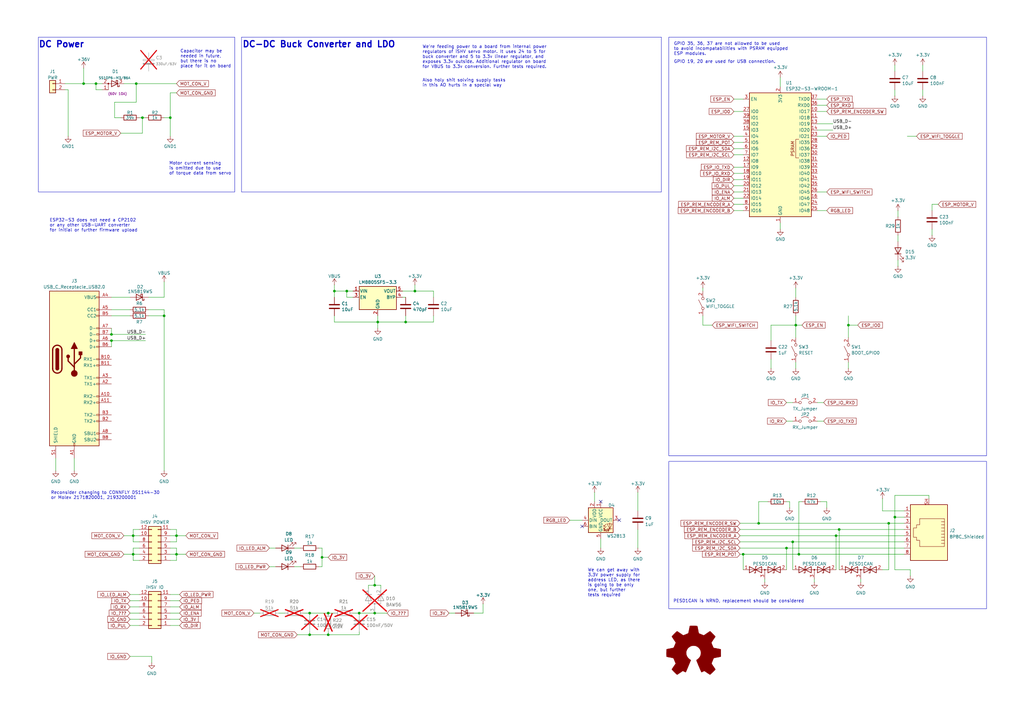
<source format=kicad_sch>
(kicad_sch (version 20231120) (generator "eeschema") (generator_version "8.0")
  (paper "A3")
  (title_block (title "OSSM Integrated Control Board") (date "2024-07-15") (rev "A1") (company "Research and Desire"))
  (junction (at 347.98 133.35))
  (junction (at 72.39 227.33))
  (junction (at 39.37 34.29))
  (junction (at 364.49 214.63))
  (junction (at 304.8 227.33))
  (junction (at 127 260.35))
  (junction (at 153.67 251.46))
  (junction (at 322.58 224.79))
  (junction (at 342.9 219.71))
  (junction (at 45.72 137.16))
  (junction (at 147.32 251.46))
  (junction (at 54.61 227.33))
  (junction (at 54.61 219.71))
  (junction (at 127 251.46))
  (junction (at 367.03 212.09))
  (junction (at 45.72 139.7))
  (junction (at 34.29 34.29))
  (junction (at 55.88 34.29))
  (junction (at 134.62 260.35))
  (junction (at 72.39 219.71))
  (junction (at 311.15 214.63))
  (junction (at 327.66 227.33))
  (junction (at 58.42 48.26))
  (junction (at 344.17 217.17))
  (junction (at 69.85 48.26))
  (junction (at 166.37 132.08))
  (junction (at 153.67 240.03))
  (junction (at 170.18 119.38))
  (junction (at 132.08 228.6))
  (junction (at 137.16 119.38))
  (junction (at 142.24 119.38))
  (junction (at 67.31 129.54))
  (junction (at 325.12 222.25))
  (junction (at 326.39 133.35))
  (junction (at 154.94 132.08))
  (junction (at 134.62 251.46))
  (no_connect (at 254 213.36))
  (no_connect (at 238.76 215.9))
  (no_connect (at 246.38 205.74))
  (wire (pts (xy 53.34 254) (xy 57.15 254)))
  (wire (pts (xy 62.23 269.24) (xy 53.34 269.24)))
  (wire (pts (xy 322.58 172.72) (xy 325.12 172.72)))
  (wire (pts (xy 339.09 208.28) (xy 339.09 205.74)))
  (wire (pts (xy 50.8 227.33) (xy 54.61 227.33)))
  (wire (pts (xy 53.34 246.38) (xy 57.15 246.38)))
  (wire (pts (xy 335.28 55.88) (xy 339.09 55.88)))
  (wire (pts (xy 57.15 48.26) (xy 58.42 48.26)))
  (wire (pts (xy 153.67 236.22) (xy 153.67 240.03)))
  (wire (pts (xy 367.03 26.67) (xy 367.03 29.21)))
  (wire (pts (xy 303.53 214.63) (xy 311.15 214.63)))
  (wire (pts (xy 58.42 48.26) (xy 59.69 48.26)))
  (wire (pts (xy 154.94 129.54) (xy 154.94 132.08)))
  (wire (pts (xy 311.15 214.63) (xy 364.49 214.63)))
  (wire (pts (xy 384.81 83.82) (xy 382.27 83.82)))
  (wire (pts (xy 69.85 251.46) (xy 73.66 251.46)))
  (wire (pts (xy 347.98 129.54) (xy 347.98 133.35)))
  (wire (pts (xy 147.32 260.35) (xy 134.62 260.35)))
  (wire (pts (xy 69.85 217.17) (xy 72.39 217.17)))
  (wire (pts (xy 370.84 222.25) (xy 325.12 222.25)))
  (wire (pts (xy 335.28 43.18) (xy 339.09 43.18)))
  (wire (pts (xy 110.49 232.41) (xy 113.03 232.41)))
  (wire (pts (xy 300.99 45.72) (xy 304.8 45.72)))
  (wire (pts (xy 364.49 214.63) (xy 364.49 233.68)))
  (wire (pts (xy 300.99 73.66) (xy 304.8 73.66)))
  (wire (pts (xy 326.39 118.11) (xy 326.39 121.92)))
  (wire (pts (xy 127 260.35) (xy 127 259.08)))
  (wire (pts (xy 328.93 133.35) (xy 326.39 133.35)))
  (wire (pts (xy 300.99 58.42) (xy 304.8 58.42)))
  (wire (pts (xy 382.27 83.82) (xy 382.27 86.36)))
  (wire (pts (xy 177.8 129.54) (xy 177.8 132.08)))
  (wire (pts (xy 166.37 129.54) (xy 166.37 132.08)))
  (wire (pts (xy 323.85 208.28) (xy 323.85 205.74)))
  (wire (pts (xy 373.38 233.68) (xy 373.38 236.22)))
  (wire (pts (xy 72.39 227.33) (xy 72.39 229.87)))
  (wire (pts (xy 127 251.46) (xy 134.62 251.46)))
  (wire (pts (xy 300.99 78.74) (xy 304.8 78.74)))
  (wire (pts (xy 46.99 48.26) (xy 46.99 41.91)))
  (wire (pts (xy 378.46 36.83) (xy 378.46 39.37)))
  (wire (pts (xy 144.78 119.38) (xy 142.24 119.38)))
  (wire (pts (xy 72.39 229.87) (xy 69.85 229.87)))
  (wire (pts (xy 137.16 119.38) (xy 137.16 116.84)))
  (wire (pts (xy 165.1 119.38) (xy 170.18 119.38)))
  (wire (pts (xy 53.34 248.92) (xy 57.15 248.92)))
  (wire (pts (xy 300.99 55.88) (xy 304.8 55.88)))
  (wire (pts (xy 342.9 219.71) (xy 342.9 233.68)))
  (wire (pts (xy 127 260.35) (xy 134.62 260.35)))
  (wire (pts (xy 300.99 63.5) (xy 304.8 63.5)))
  (wire (pts (xy 151.13 240.03) (xy 151.13 241.3)))
  (wire (pts (xy 58.42 54.61) (xy 58.42 48.26)))
  (wire (pts (xy 304.8 227.33) (xy 327.66 227.33)))
  (wire (pts (xy 45.72 142.24) (xy 45.72 139.7)))
  (wire (pts (xy 326.39 133.35) (xy 326.39 138.43)))
  (wire (pts (xy 316.23 133.35) (xy 326.39 133.35)))
  (wire (pts (xy 45.72 129.54) (xy 53.34 129.54)))
  (wire (pts (xy 327.66 205.74) (xy 327.66 227.33)))
  (wire (pts (xy 368.3 106.68) (xy 368.3 109.22)))
  (wire (pts (xy 151.13 240.03) (xy 153.67 240.03)))
  (wire (pts (xy 137.16 129.54) (xy 137.16 132.08)))
  (wire (pts (xy 147.32 251.46) (xy 153.67 251.46)))
  (wire (pts (xy 335.28 172.72) (xy 337.82 172.72)))
  (wire (pts (xy 69.85 256.54) (xy 73.66 256.54)))
  (wire (pts (xy 69.85 246.38) (xy 73.66 246.38)))
  (wire (pts (xy 49.53 54.61) (xy 58.42 54.61)))
  (wire (pts (xy 246.38 220.98) (xy 246.38 224.79)))
  (wire (pts (xy 370.84 219.71) (xy 342.9 219.71)))
  (wire (pts (xy 322.58 224.79) (xy 303.53 224.79)))
  (wire (pts (xy 124.46 251.46) (xy 127 251.46)))
  (wire (pts (xy 39.37 36.83) (xy 39.37 34.29)))
  (wire (pts (xy 326.39 129.54) (xy 326.39 133.35)))
  (wire (pts (xy 367.03 203.2) (xy 367.03 212.09)))
  (wire (pts (xy 69.85 227.33) (xy 72.39 227.33)))
  (wire (pts (xy 72.39 219.71) (xy 72.39 222.25)))
  (wire (pts (xy 110.49 224.79) (xy 113.03 224.79)))
  (wire (pts (xy 288.29 118.11) (xy 288.29 119.38)))
  (wire (pts (xy 382.27 93.98) (xy 382.27 96.52)))
  (wire (pts (xy 367.03 212.09) (xy 367.03 233.68)))
  (wire (pts (xy 364.49 233.68) (xy 361.95 233.68)))
  (wire (pts (xy 323.85 205.74) (xy 322.58 205.74)))
  (wire (pts (xy 300.99 40.64) (xy 304.8 40.64)))
  (wire (pts (xy 261.62 201.93) (xy 261.62 209.55)))
  (wire (pts (xy 351.79 133.35) (xy 347.98 133.35)))
  (wire (pts (xy 134.62 260.35) (xy 134.62 259.08)))
  (wire (pts (xy 300.99 60.96) (xy 304.8 60.96)))
  (wire (pts (xy 320.04 91.44) (xy 320.04 93.98)))
  (wire (pts (xy 55.88 34.29) (xy 72.39 34.29)))
  (wire (pts (xy 300.99 68.58) (xy 304.8 68.58)))
  (wire (pts (xy 46.99 41.91) (xy 55.88 41.91)))
  (wire (pts (xy 54.61 227.33) (xy 57.15 227.33)))
  (wire (pts (xy 132.08 232.41) (xy 130.81 232.41)))
  (wire (pts (xy 303.53 227.33) (xy 304.8 227.33)))
  (wire (pts (xy 336.55 205.74) (xy 339.09 205.74)))
  (wire (pts (xy 316.23 147.32) (xy 316.23 151.13)))
  (wire (pts (xy 347.98 148.59) (xy 347.98 151.13)))
  (wire (pts (xy 142.24 121.92) (xy 142.24 119.38)))
  (wire (pts (xy 53.34 256.54) (xy 57.15 256.54)))
  (wire (pts (xy 364.49 214.63) (xy 370.84 214.63)))
  (wire (pts (xy 335.28 78.74) (xy 339.09 78.74)))
  (wire (pts (xy 368.3 86.36) (xy 368.3 88.9)))
  (wire (pts (xy 303.53 219.71) (xy 342.9 219.71)))
  (wire (pts (xy 347.98 133.35) (xy 347.98 138.43)))
  (wire (pts (xy 69.85 219.71) (xy 72.39 219.71)))
  (wire (pts (xy 34.29 27.94) (xy 34.29 34.29)))
  (wire (pts (xy 303.53 217.17) (xy 344.17 217.17)))
  (wire (pts (xy 137.16 119.38) (xy 137.16 121.92)))
  (wire (pts (xy 27.94 36.83) (xy 27.94 55.88)))
  (wire (pts (xy 69.85 254) (xy 73.66 254)))
  (wire (pts (xy 370.84 209.55) (xy 361.95 209.55)))
  (wire (pts (xy 54.61 217.17) (xy 54.61 219.71)))
  (wire (pts (xy 114.3 251.46) (xy 116.84 251.46)))
  (wire (pts (xy 144.78 251.46) (xy 147.32 251.46)))
  (wire (pts (xy 322.58 224.79) (xy 370.84 224.79)))
  (wire (pts (xy 104.14 251.46) (xy 106.68 251.46)))
  (wire (pts (xy 137.16 119.38) (xy 142.24 119.38)))
  (wire (pts (xy 54.61 229.87) (xy 57.15 229.87)))
  (wire (pts (xy 67.31 121.92) (xy 67.31 115.57)))
  (wire (pts (xy 154.94 132.08) (xy 154.94 134.62)))
  (wire (pts (xy 50.8 219.71) (xy 54.61 219.71)))
  (wire (pts (xy 166.37 132.08) (xy 154.94 132.08)))
  (wire (pts (xy 53.34 243.84) (xy 57.15 243.84)))
  (wire (pts (xy 27.94 36.83) (xy 26.67 36.83)))
  (wire (pts (xy 300.99 81.28) (xy 304.8 81.28)))
  (wire (pts (xy 303.53 222.25) (xy 325.12 222.25)))
  (wire (pts (xy 327.66 227.33) (xy 370.84 227.33)))
  (wire (pts (xy 153.67 240.03) (xy 156.21 240.03)))
  (wire (pts (xy 322.58 224.79) (xy 322.58 233.68)))
  (wire (pts (xy 60.96 121.92) (xy 67.31 121.92)))
  (wire (pts (xy 22.86 187.96) (xy 22.86 193.04)))
  (wire (pts (xy 60.96 127) (xy 67.31 127)))
  (wire (pts (xy 165.1 121.92) (xy 166.37 121.92)))
  (wire (pts (xy 69.85 248.92) (xy 73.66 248.92)))
  (wire (pts (xy 49.53 48.26) (xy 46.99 48.26)))
  (wire (pts (xy 54.61 227.33) (xy 54.61 229.87)))
  (wire (pts (xy 335.28 86.36) (xy 339.09 86.36)))
  (wire (pts (xy 69.85 48.26) (xy 69.85 55.88)))
  (wire (pts (xy 361.95 209.55) (xy 361.95 204.47)))
  (wire (pts (xy 144.78 121.92) (xy 142.24 121.92)))
  (wire (pts (xy 45.72 134.62) (xy 45.72 137.16)))
  (wire (pts (xy 45.72 137.16) (xy 59.69 137.16)))
  (wire (pts (xy 147.32 259.08) (xy 147.32 260.35)))
  (wire (pts (xy 130.81 224.79) (xy 132.08 224.79)))
  (wire (pts (xy 378.46 26.67) (xy 378.46 29.21)))
  (wire (pts (xy 367.03 36.83) (xy 367.03 39.37)))
  (wire (pts (xy 328.93 205.74) (xy 327.66 205.74)))
  (wire (pts (xy 30.48 187.96) (xy 30.48 193.04)))
  (wire (pts (xy 72.39 217.17) (xy 72.39 219.71)))
  (wire (pts (xy 45.72 121.92) (xy 53.34 121.92)))
  (wire (pts (xy 72.39 222.25) (xy 69.85 222.25)))
  (wire (pts (xy 288.29 133.35) (xy 288.29 129.54)))
  (wire (pts (xy 198.12 251.46) (xy 198.12 247.65)))
  (wire (pts (xy 335.28 165.1) (xy 337.82 165.1)))
  (wire (pts (xy 132.08 228.6) (xy 132.08 232.41)))
  (wire (pts (xy 381 203.2) (xy 367.03 203.2)))
  (wire (pts (xy 34.29 34.29) (xy 39.37 34.29)))
  (wire (pts (xy 353.06 238.76) (xy 353.06 237.49)))
  (wire (pts (xy 67.31 48.26) (xy 69.85 48.26)))
  (wire (pts (xy 198.12 251.46) (xy 194.31 251.46)))
  (wire (pts (xy 132.08 224.79) (xy 132.08 228.6)))
  (wire (pts (xy 41.91 36.83) (xy 39.37 36.83)))
  (wire (pts (xy 67.31 127) (xy 67.31 129.54)))
  (wire (pts (xy 67.31 129.54) (xy 60.96 129.54)))
  (wire (pts (xy 121.92 260.35) (xy 127 260.35)))
  (wire (pts (xy 368.3 96.52) (xy 368.3 99.06)))
  (wire (pts (xy 69.85 243.84) (xy 73.66 243.84)))
  (wire (pts (xy 54.61 219.71) (xy 54.61 222.25)))
  (wire (pts (xy 53.34 251.46) (xy 57.15 251.46)))
  (wire (pts (xy 233.68 213.36) (xy 238.76 213.36)))
  (wire (pts (xy 177.8 119.38) (xy 177.8 121.92)))
  (wire (pts (xy 300.99 76.2) (xy 304.8 76.2)))
  (wire (pts (xy 184.15 251.46) (xy 186.69 251.46)))
  (wire (pts (xy 69.85 38.1) (xy 69.85 48.26)))
  (wire (pts (xy 300.99 86.36) (xy 304.8 86.36)))
  (wire (pts (xy 335.28 40.64) (xy 339.09 40.64)))
  (wire (pts (xy 132.08 228.6) (xy 134.62 228.6)))
  (wire (pts (xy 367.03 233.68) (xy 373.38 233.68)))
  (wire (pts (xy 137.16 132.08) (xy 154.94 132.08)))
  (wire (pts (xy 335.28 50.8) (xy 341.63 50.8)))
  (wire (pts (xy 134.62 251.46) (xy 137.16 251.46)))
  (wire (pts (xy 243.84 201.93) (xy 243.84 205.74)))
  (wire (pts (xy 72.39 219.71) (xy 76.2 219.71)))
  (wire (pts (xy 335.28 53.34) (xy 341.63 53.34)))
  (wire (pts (xy 335.28 45.72) (xy 339.09 45.72)))
  (wire (pts (xy 322.58 165.1) (xy 325.12 165.1)))
  (wire (pts (xy 261.62 217.17) (xy 261.62 224.79)))
  (wire (pts (xy 54.61 219.71) (xy 57.15 219.71)))
  (wire (pts (xy 320.04 31.75) (xy 320.04 35.56)))
  (wire (pts (xy 55.88 41.91) (xy 55.88 34.29)))
  (wire (pts (xy 39.37 34.29) (xy 41.91 34.29)))
  (wire (pts (xy 313.69 238.76) (xy 313.69 237.49)))
  (wire (pts (xy 50.8 34.29) (xy 55.88 34.29)))
  (wire (pts (xy 316.23 139.7) (xy 316.23 133.35)))
  (wire (pts (xy 153.67 251.46) (xy 158.75 251.46)))
  (wire (pts (xy 57.15 217.17) (xy 54.61 217.17)))
  (wire (pts (xy 300.99 83.82) (xy 304.8 83.82)))
  (wire (pts (xy 120.65 224.79) (xy 123.19 224.79)))
  (wire (pts (xy 334.01 238.76) (xy 334.01 237.49)))
  (wire (pts (xy 381 204.47) (xy 381 203.2)))
  (wire (pts (xy 177.8 132.08) (xy 166.37 132.08)))
  (wire (pts (xy 67.31 129.54) (xy 67.31 193.04)))
  (wire (pts (xy 72.39 38.1) (xy 69.85 38.1)))
  (wire (pts (xy 326.39 148.59) (xy 326.39 151.13)))
  (wire (pts (xy 372.11 55.88) (xy 375.92 55.88)))
  (wire (pts (xy 45.72 139.7) (xy 59.69 139.7)))
  (wire (pts (xy 300.99 71.12) (xy 304.8 71.12)))
  (wire (pts (xy 45.72 127) (xy 53.34 127)))
  (wire (pts (xy 54.61 222.25) (xy 57.15 222.25)))
  (wire (pts (xy 156.21 240.03) (xy 156.21 241.3)))
  (wire (pts (xy 54.61 224.79) (xy 54.61 227.33)))
  (wire (pts (xy 325.12 222.25) (xy 325.12 233.68)))
  (wire (pts (xy 26.67 34.29) (xy 34.29 34.29)))
  (wire (pts (xy 311.15 205.74) (xy 314.96 205.74)))
  (wire (pts (xy 72.39 224.79) (xy 72.39 227.33)))
  (wire (pts (xy 177.8 119.38) (xy 170.18 119.38)))
  (wire (pts (xy 304.8 227.33) (xy 304.8 233.68)))
  (wire (pts (xy 370.84 212.09) (xy 367.03 212.09)))
  (wire (pts (xy 120.65 232.41) (xy 123.19 232.41)))
  (wire (pts (xy 370.84 217.17) (xy 344.17 217.17)))
  (wire (pts (xy 62.23 271.78) (xy 62.23 269.24)))
  (wire (pts (xy 170.18 116.84) (xy 170.18 119.38)))
  (wire (pts (xy 72.39 227.33) (xy 76.2 227.33)))
  (wire (pts (xy 311.15 205.74) (xy 311.15 214.63)))
  (wire (pts (xy 344.17 217.17) (xy 344.17 233.68)))
  (wire (pts (xy 57.15 224.79) (xy 54.61 224.79)))
  (wire (pts (xy 69.85 224.79) (xy 72.39 224.79)))
  (wire (pts (xy 292.1 133.35) (xy 288.29 133.35)))
  (rectangle (start 274.32 15.24) (end 404.622 186.944))
  (rectangle (start 15.748 15.24) (end 96.266 78.74))
  (rectangle (start 274.32 189.23) (end 404.622 249.682))
  (rectangle (start 99.06 15.24) (end 271.272 78.74))
  (text "GPIO 19, 20 are used for USB connection." (at 276.352 24.638 0) (effects (font (size 1.27 1.27)) (justify left top)))
  (text "We're feeding power to a board from internal power \nregulators of iSHV servo motor. It uses 24 to 5 for \nbuck converter and 5 to 3.3v linear regulator, and \nexposes 3.3v outside. Additional regulator on board \nfor VBUS to 3.3v conversion. Further tests required." (at 173.228 23.368 0) (effects (font (size 1.27 1.27)) (justify left)))
  (text "Motor current sensing \nis omitted due to use\nof torque data from servo" (at 69.342 69.088 0) (effects (font (size 1.27 1.27)) (justify left)))
  (text "We can get away with \n3.3V power supply for\naddress LED, as there\nis going to be only\none, but further \ntests required" (at 241.046 239.014 0) (effects (font (size 1.27 1.27)) (justify left)))
  (text "Capacitor may be \nneeded in future, \nbut there is no \nplace for it on board" (at 73.914 24.13 0) (effects (font (size 1.27 1.27)) (justify left)))
  (text "PESD1CAN is NRND, replacement should be considered" (at 276.098 245.872 0) (effects (font (size 1.27 1.27)) (justify left top)))
  (text "Reconsider changing to CONNFLY DS1144-30\nor Molex 2171820001, 2193200001" (at 20.828 203.2 0) (effects (font (size 1.27 1.27)) (justify left)))
  (text "DC-DC Buck Converter and LDO" (at 99.314 18.288 0) (effects (font (size 2.54 2.54) (thickness 0.508) (bold yes)) (justify left)))
  (text "GPIO 35, 36, 37 are not allowed to be used\nto avoid incompatabilities with PSRAM equipped \nESP modules." (at 276.352 17.272 0) (effects (font (size 1.27 1.27)) (justify left top)))
  (text "DC Power" (at 15.748 18.288 0) (effects (font (size 2.54 2.54) (thickness 0.508) (bold yes)) (justify left)))
  (text "ESP32-S3 does not need a CP2102 \nor any other USB-UART converter \nfor initial or further firmware upload" (at 20.32 92.456 0) (effects (font (size 1.27 1.27)) (justify left)))
  (text "Also holy shit solving supply tasks \nin this AO hurts in a special way" (at 173.228 32.258 0) (effects (font (size 1.27 1.27)) (justify left top)))
  (label "USB_D-" (at 52.07 137.16 0))
  (label "USB_D-" (at 341.63 50.8 0))
  (label "USB_D+" (at 52.07 139.7 0))
  (label "USB_D+" (at 341.63 53.34 0))
  (global_label "IO_LED_ALM" (shape input) (at 110.49 224.79 180) (property "Intersheetrefs" "${INTERSHEET_REFS}" (effects (hide yes))))
  (global_label "ESP_REM_I2C_SCL" (shape input) (at 300.99 63.5 180) (property "Intersheetrefs" "${INTERSHEET_REFS}" (effects (hide yes))))
  (global_label "ESP_REM_POT" (shape input) (at 300.99 58.42 180) (property "Intersheetrefs" "${INTERSHEET_REFS}" (effects (hide yes))))
  (global_label "ESP_RXD" (shape input) (at 339.09 43.18 0) (property "Intersheetrefs" "${INTERSHEET_REFS}" (effects (hide yes))))
  (global_label "IO_PED" (shape input) (at 339.09 55.88 0) (property "Intersheetrefs" "${INTERSHEET_REFS}" (effects (hide yes))))
  (global_label "ESP_TXD" (shape input) (at 339.09 40.64 0) (property "Intersheetrefs" "${INTERSHEET_REFS}" (effects (hide yes))))
  (global_label "ESP_REM_ENCODER_A" (shape input) (at 300.99 83.82 180) (property "Intersheetrefs" "${INTERSHEET_REFS}" (effects (hide yes))))
  (global_label "IO_RX" (shape input) (at 53.34 248.92 180) (property "Intersheetrefs" "${INTERSHEET_REFS}" (effects (hide yes))))
  (global_label "IO_3V" (shape input) (at 73.66 254 0) (property "Intersheetrefs" "${INTERSHEET_REFS}" (effects (hide yes))))
  (global_label "IO_ENA" (shape input) (at 300.99 78.74 180) (property "Intersheetrefs" "${INTERSHEET_REFS}" (effects (hide yes))))
  (global_label "IO_ALM" (shape input) (at 300.99 81.28 180) (property "Intersheetrefs" "${INTERSHEET_REFS}" (effects (hide yes))))
  (global_label "IO_TX" (shape input) (at 53.34 246.38 180) (property "Intersheetrefs" "${INTERSHEET_REFS}" (effects (hide yes))))
  (global_label "IO_???" (shape input) (at 158.75 251.46 0) (property "Intersheetrefs" "${INTERSHEET_REFS}" (effects (hide yes))))
  (global_label "IO_DIR" (shape input) (at 73.66 256.54 0) (property "Intersheetrefs" "${INTERSHEET_REFS}" (effects (hide yes))))
  (global_label "IO_ENA" (shape input) (at 73.66 251.46 0) (property "Intersheetrefs" "${INTERSHEET_REFS}" (effects (hide yes))))
  (global_label "IO_3V" (shape input) (at 134.62 228.6 0) (property "Intersheetrefs" "${INTERSHEET_REFS}" (effects (hide yes))))
  (global_label "ESP_REM_ENCODER_SW" (shape input) (at 339.09 45.72 0) (property "Intersheetrefs" "${INTERSHEET_REFS}" (effects (hide yes))))
  (global_label "ESP_MOTOR_V" (shape input) (at 384.81 83.82 0) (property "Intersheetrefs" "${INTERSHEET_REFS}" (effects (hide yes))))
  (global_label "ESP_EN" (shape input) (at 328.93 133.35 0) (property "Intersheetrefs" "${INTERSHEET_REFS}" (effects (hide yes))))
  (global_label "MOT_CON_V" (shape input) (at 50.8 219.71 180) (property "Intersheetrefs" "${INTERSHEET_REFS}" (effects (hide yes))))
  (global_label "IO_PED" (shape input) (at 73.66 246.38 0) (property "Intersheetrefs" "${INTERSHEET_REFS}" (effects (hide yes))))
  (global_label "IO_LED_PWR" (shape input) (at 110.49 232.41 180) (property "Intersheetrefs" "${INTERSHEET_REFS}" (effects (hide yes))))
  (global_label "IO_TX" (shape input) (at 322.58 165.1 180) (property "Intersheetrefs" "${INTERSHEET_REFS}" (effects (hide yes))))
  (global_label "ESP_WIFI_SWITCH" (shape input) (at 339.09 78.74 0) (property "Intersheetrefs" "${INTERSHEET_REFS}" (effects (hide yes))))
  (global_label "MOT_CON_GND" (shape input) (at 50.8 227.33 180) (property "Intersheetrefs" "${INTERSHEET_REFS}" (effects (hide yes))))
  (global_label "ESP_WIFI_SWITCH" (shape input) (at 292.1 133.35 0) (property "Intersheetrefs" "${INTERSHEET_REFS}" (effects (hide yes))))
  (global_label "ESP_IO0" (shape input) (at 300.99 45.72 180) (property "Intersheetrefs" "${INTERSHEET_REFS}" (effects (hide yes))))
  (global_label "ESP_REM_ENCODER_B" (shape input) (at 300.99 86.36 180) (property "Intersheetrefs" "${INTERSHEET_REFS}" (effects (hide yes))))
  (global_label "ESP_WIFI_TOGGLE" (shape input) (at 375.92 55.88 0) (property "Intersheetrefs" "${INTERSHEET_REFS}" (effects (hide yes))))
  (global_label "ESP_REM_ENCODER_SW" (shape input) (at 303.53 214.63 180) (property "Intersheetrefs" "${INTERSHEET_REFS}" (effects (hide yes))))
  (global_label "MOT_CON_GND" (shape input) (at 121.92 260.35 180) (property "Intersheetrefs" "${INTERSHEET_REFS}" (effects (hide yes))))
  (global_label "IO_LED_ALM" (shape input) (at 53.34 243.84 180) (property "Intersheetrefs" "${INTERSHEET_REFS}" (effects (hide yes))))
  (global_label "IO_PUL" (shape input) (at 300.99 76.2 180) (property "Intersheetrefs" "${INTERSHEET_REFS}" (effects (hide yes))))
  (global_label "ESP_MOTOR_V" (shape input) (at 49.53 54.61 180) (property "Intersheetrefs" "${INTERSHEET_REFS}" (effects (hide yes))))
  (global_label "MOT_CON_V" (shape input) (at 72.39 34.29 0) (property "Intersheetrefs" "${INTERSHEET_REFS}" (effects (hide yes))))
  (global_label "IO_GND" (shape input) (at 53.34 269.24 180) (property "Intersheetrefs" "${INTERSHEET_REFS}" (effects (hide yes))))
  (global_label "ESP_REM_POT" (shape input) (at 303.53 227.33 180) (property "Intersheetrefs" "${INTERSHEET_REFS}" (effects (hide yes))))
  (global_label "MOT_CON_V" (shape input) (at 76.2 219.71 0) (property "Intersheetrefs" "${INTERSHEET_REFS}" (effects (hide yes))))
  (global_label "MOT_CON_GND" (shape input) (at 76.2 227.33 0) (property "Intersheetrefs" "${INTERSHEET_REFS}" (effects (hide yes))))
  (global_label "MOT_CON_GND" (shape input) (at 72.39 38.1 0) (property "Intersheetrefs" "${INTERSHEET_REFS}" (effects (hide yes))))
  (global_label "ESP_IO_TXD" (shape input) (at 300.99 68.58 180) (property "Intersheetrefs" "${INTERSHEET_REFS}" (effects (hide yes))))
  (global_label "ESP_IO_RXD" (shape input) (at 337.82 165.1 0) (property "Intersheetrefs" "${INTERSHEET_REFS}" (effects (hide yes))))
  (global_label "ESP_IO0" (shape input) (at 351.79 133.35 0) (property "Intersheetrefs" "${INTERSHEET_REFS}" (effects (hide yes))))
  (global_label "ESP_EN" (shape input) (at 300.99 40.64 180) (property "Intersheetrefs" "${INTERSHEET_REFS}" (effects (hide yes))))
  (global_label "IO_LED_PWR" (shape input) (at 73.66 243.84 0) (property "Intersheetrefs" "${INTERSHEET_REFS}" (effects (hide yes))))
  (global_label "IO_RX" (shape input) (at 322.58 172.72 180) (property "Intersheetrefs" "${INTERSHEET_REFS}" (effects (hide yes))))
  (global_label "ESP_REM_I2C_SDA" (shape input) (at 303.53 224.79 180) (property "Intersheetrefs" "${INTERSHEET_REFS}" (effects (hide yes))))
  (global_label "RGB_LED" (shape input) (at 339.09 86.36 0) (property "Intersheetrefs" "${INTERSHEET_REFS}" (effects (hide yes))))
  (global_label "ESP_REM_ENCODER_B" (shape input) (at 303.53 217.17 180) (property "Intersheetrefs" "${INTERSHEET_REFS}" (effects (hide yes))))
  (global_label "IO_3V" (shape input) (at 184.15 251.46 180) (property "Intersheetrefs" "${INTERSHEET_REFS}" (effects (hide yes))))
  (global_label "ESP_IO_RXD" (shape input) (at 300.99 71.12 180) (property "Intersheetrefs" "${INTERSHEET_REFS}" (effects (hide yes))))
  (global_label "ESP_IO_TXD" (shape input) (at 337.82 172.72 0) (property "Intersheetrefs" "${INTERSHEET_REFS}" (effects (hide yes))))
  (global_label "ESP_MOTOR_V" (shape input) (at 300.99 55.88 180) (property "Intersheetrefs" "${INTERSHEET_REFS}" (effects (hide yes))))
  (global_label "ESP_REM_ENCODER_A" (shape input) (at 303.53 219.71 180) (property "Intersheetrefs" "${INTERSHEET_REFS}" (effects (hide yes))))
  (global_label "IO_???" (shape input) (at 53.34 251.46 180) (property "Intersheetrefs" "${INTERSHEET_REFS}" (effects (hide yes))))
  (global_label "MOT_CON_V" (shape input) (at 104.14 251.46 180) (property "Intersheetrefs" "${INTERSHEET_REFS}" (effects (hide yes))))
  (global_label "IO_3V" (shape input) (at 153.67 236.22 180) (property "Intersheetrefs" "${INTERSHEET_REFS}" (effects (hide yes))))
  (global_label "ESP_REM_I2C_SCL" (shape input) (at 303.53 222.25 180) (property "Intersheetrefs" "${INTERSHEET_REFS}" (effects (hide yes))))
  (global_label "IO_PUL" (shape input) (at 53.34 256.54 180) (property "Intersheetrefs" "${INTERSHEET_REFS}" (effects (hide yes))))
  (global_label "IO_DIR" (shape input) (at 300.99 73.66 180) (property "Intersheetrefs" "${INTERSHEET_REFS}" (effects (hide yes))))
  (global_label "ESP_REM_I2C_SDA" (shape input) (at 300.99 60.96 180) (property "Intersheetrefs" "${INTERSHEET_REFS}" (effects (hide yes))))
  (global_label "IO_GND" (shape input) (at 53.34 254 180) (property "Intersheetrefs" "${INTERSHEET_REFS}" (effects (hide yes))))
  (global_label "IO_ALM" (shape input) (at 73.66 248.92 0) (property "Intersheetrefs" "${INTERSHEET_REFS}" (effects (hide yes))))
  (global_label "RGB_LED" (shape input) (at 233.68 213.36 180) (property "Intersheetrefs" "${INTERSHEET_REFS}" (effects (hide yes))))
  (symbol (lib_id "Device:C") (at 147.32 255.27 180) (unit 1) (dnp yes)
    (property "Reference" "C15" (at 150.241 254.0578 0) (effects (justify right)))
    (property "Value" "100nF/50V" (at 150.241 256.4821 0) (effects (justify right)))
    (property "Footprint" "Capacitor_SMD:C_0805_2012Metric" (effects (hide yes)))
    (property "LSCS" "C28233" (effects (hide yes)))
  )
  (symbol (lib_id "Connector_Generic:Conn_01x02") (at 21.59 34.29 0) (mirror y) (unit 1)
    (property "Reference" "J1" (at 21.59 29.3202 0))
    (property "Value" "PWR" (at 21.59 31.8571 0))
    (property "Footprint" "Connector_Molex:Molex_Micro-Fit_3.0_43045-0212_2x01_P3.00mm_Vertical" (effects (hide yes)))
  )
  (symbol (lib_id "power:VBUS") (at 67.31 115.57 0) (unit 1)
    (property "Reference" "#PWR03" (effects (hide yes)))
    (property "Value" "VBUS" (at 67.31 111.9942 0))
    (property "Description" "Power symbol creates a global label with name \"VBUS\"" (effects (hide yes)))
  )
  (symbol (lib_id "power:VBUS") (at 137.16 116.84 0) (unit 1)
    (property "Reference" "#PWR05" (effects (hide yes)))
    (property "Value" "VBUS" (at 137.16 113.2642 0))
    (property "Description" "Power symbol creates a global label with name \"VBUS\"" (effects (hide yes)))
  )
  (symbol (lib_id "Device:D_Schottky_AAK") (at 46.99 34.29 180) (unit 1)
    (property "Reference" "D1" (at 47.3075 29.3202 0))
    (property "Value" "SS10P6-M3/86A" (at 46.99 31.9532 0) (effects (font (size 1 1))))
    (property "Footprint" "Package_TO_SOT_SMD:TO-277A" (effects (hide yes)))
    (property "Поле4" "(60V 10A)" (at 48.2092 38.4556 0) (effects (font (size 1 1))))
    (property "LSCS" "C2927414" (effects (hide yes)))
  )
  (symbol (lib_id "Device:R") (at 127 224.79 90) (unit 1)
    (property "Reference" "R17" (at 127 220.0742 90))
    (property "Value" "1k" (at 127 222.6111 90))
    (property "Footprint" "Resistor_SMD:R_0402_1005Metric" (effects (hide yes)))
    (property "LSCS" "C17513" (effects (hide yes)))
  )
  (symbol (lib_id "power:GND") (at 368.3 109.22 0) (unit 1)
    (property "Reference" "#PWR054" (effects (hide yes)))
    (property "Value" "GND" (at 368.3 113.3531 0))
    (property "Description" "Power symbol creates a global label with name \"GND\" , ground" (effects (hide yes)))
  )
  (symbol (lib_id "power:+3.3V") (at 170.18 116.84 0) (unit 1)
    (property "Reference" "#PWR06" (effects (hide yes)))
    (property "Value" "+3.3V" (at 170.18 113.2642 0))
    (property "Description" "Power symbol creates a global label with name \"+3.3V\"" (effects (hide yes)))
  )
  (symbol (lib_id "Device:C") (at 127 255.27 0) (unit 1) (dnp yes)
    (property "Reference" "C14" (at 129.921 254.0578 0) (effects (justify left)))
    (property "Value" "100nF/50V" (at 129.921 256.4821 0) (effects (justify left)))
    (property "Footprint" "Capacitor_SMD:C_0805_2012Metric" (effects (hide yes)))
    (property "LSCS" "C28233" (effects (hide yes)))
  )
  (symbol (lib_id "Device:C") (at 382.27 90.17 0) (unit 1)
    (property "Reference" "C23" (at 385.191 88.9578 0) (effects (justify left)))
    (property "Value" "100nF" (at 385.191 91.3821 0) (effects (justify left)))
    (property "Footprint" "Capacitor_SMD:C_0402_1005Metric" (effects (hide yes)))
    (property "Description" "Unpolarized capacitor" (effects (hide yes)))
  )
  (symbol (lib_id "power:GND1") (at 27.94 55.88 0) (unit 1)
    (property "Reference" "#PWR09" (effects (hide yes)))
    (property "Value" "GND1" (at 27.94 60.0131 0))
    (property "Description" "Power symbol creates a global label with name \"GND1\" , ground" (effects (hide yes)))
  )
  (symbol (lib_id "Device:C") (at 177.8 125.73 0) (unit 1)
    (property "Reference" "C2" (at 180.721 124.5178 0) (effects (justify left)))
    (property "Value" "10uF" (at 180.721 126.9421 0) (effects (justify left)))
    (property "Footprint" "Capacitor_SMD:C_0402_1005Metric" (effects (hide yes)))
    (property "Description" "Unpolarized capacitor" (effects (hide yes)))
  )
  (symbol (lib_id "power:+3.3V") (at 361.95 204.47 0) (unit 1)
    (property "Reference" "#PWR019" (effects (hide yes)))
    (property "Value" "+3.3V" (at 361.95 200.8942 0))
    (property "Description" "Power symbol creates a global label with name \"+3.3V\"" (effects (hide yes)))
  )
  (symbol (lib_id "Device:R") (at 110.49 251.46 90) (unit 1) (dnp yes)
    (property "Reference" "R19" (at 110.49 246.7442 90))
    (property "Value" "51k" (at 110.49 249.2811 90))
    (property "Footprint" "Resistor_SMD:R_0402_1005Metric" (effects (hide yes)))
    (property "LSCS" "C17737" (effects (hide yes)))
  )
  (symbol (lib_id "power:GND") (at 261.62 224.79 0) (unit 1)
    (property "Reference" "#PWR027" (effects (hide yes)))
    (property "Value" "GND" (at 261.62 229.2334 0))
    (property "Description" "Power symbol creates a global label with name \"GND\" , ground" (effects (hide yes)))
  )
  (symbol (lib_id "Device:R") (at 318.77 205.74 90) (unit 1)
    (property "Reference" "R13" (at 318.77 203.2539 90))
    (property "Value" "10k" (at 318.77 205.7908 90))
    (property "Footprint" "Resistor_SMD:R_0402_1005Metric" (effects (hide yes)))
    (property "LSCS" "C17414" (effects (hide yes)))
  )
  (symbol (lib_id "Device:LED") (at 116.84 224.79 180) (unit 1)
    (property "Reference" "D8" (at 118.4275 218.9312 0))
    (property "Value" "LED" (at 118.4275 221.4681 0))
    (property "Footprint" "LED_SMD:LED_0805_2012Metric" (effects (hide yes)))
  )
  (symbol (lib_id "power:GND") (at 339.09 208.28 0) (unit 1)
    (property "Reference" "#PWR020" (effects (hide yes)))
    (property "Value" "GND" (at 339.09 212.7234 0))
    (property "Description" "Power symbol creates a global label with name \"GND\" , ground" (effects (hide yes)))
  )
  (symbol (lib_id "Device:R") (at 332.74 205.74 90) (unit 1)
    (property "Reference" "R12" (at 332.74 203.2539 90))
    (property "Value" "47k" (at 332.74 205.7908 90))
    (property "Footprint" "Resistor_SMD:R_0402_1005Metric" (effects (hide yes)))
    (property "LSCS" "C17713" (effects (hide yes)))
  )
  (symbol (lib_id "power:GND") (at 334.01 238.76 0) (unit 1)
    (property "Reference" "#PWR024" (effects (hide yes)))
    (property "Value" "GND" (at 334.01 243.2034 0))
    (property "Description" "Power symbol creates a global label with name \"GND\" , ground" (effects (hide yes)))
  )
  (symbol (lib_id "power:GND") (at 378.46 39.37 0) (unit 1)
    (property "Reference" "#PWR046" (effects (hide yes)))
    (property "Value" "GND" (at 378.46 43.5031 0))
    (property "Description" "Power symbol creates a global label with name \"GND\" , ground" (effects (hide yes)))
  )
  (symbol (lib_id "Device:LED") (at 368.3 102.87 90) (unit 1)
    (property "Reference" "D15" (at 371.221 103.2453 90) (effects (justify right)))
    (property "Value" "3.3V" (at 371.221 105.6696 90) (effects (justify right)))
    (property "Footprint" "LED_SMD:LED_0805_2012Metric" (effects (hide yes)))
    (property "Description" "Light emitting diode" (effects (hide yes)))
  )
  (symbol (lib_id "Diode:1N5819WS") (at 57.15 121.92 180) (unit 1)
    (property "Reference" "D2" (at 57.4675 117.6401 0))
    (property "Value" "1N5819WS" (at 57.4675 119.5611 0))
    (property "Footprint" "Diode_SMD:D_SOD-323" (effects (hide yes)))
    (property "Datasheet" "https://datasheet.lcsc.com/lcsc/2204281430_Guangdong-Hottech-1N5819WS_C191023.pdf" (effects (hide yes)))
    (property "LSCS" "C191023" (effects (hide yes)))
  )
  (symbol (lib_id "Device:C") (at 316.23 143.51 0) (unit 1)
    (property "Reference" "C22" (at 319.151 142.2978 0) (effects (justify left)))
    (property "Value" "1uF" (at 319.151 144.7221 0) (effects (justify left)))
    (property "Footprint" "Capacitor_SMD:C_0402_1005Metric" (effects (hide yes)))
    (property "Description" "Unpolarized capacitor" (effects (hide yes)))
  )
  (symbol (lib_id "RF_Module:ESP32-S3-WROOM-1") (at 320.04 63.5 0) (unit 1)
    (property "Reference" "U1" (at 322.2341 33.9555 0) (effects (justify left)))
    (property "Value" "ESP32-S3-WROOM-1" (at 322.2341 36.3798 0) (effects (justify left)))
    (property "Footprint" "RF_Module:ESP32-S3-WROOM-1" (effects (hide yes)))
    (property "Datasheet" "https://www.espressif.com/sites/default/files/documentation/esp32-s3-wroom-1_wroom-1u_datasheet_en.pdf" (effects (hide yes)))
    (property "Description" "RF Module, ESP32-S3 SoC, Wi-Fi 802.11b/g/n, Bluetooth, BLE, 32-bit, 3.3V, onboard antenna, SMD" (effects (hide yes)))
  )
  (symbol (lib_id "Device:D_Dual_CommonAnode_KKA_Parallel") (at 153.67 246.38 90) (unit 1) (dnp yes)
    (property "Reference" "D10" (at 158.242 245.4818 90) (effects (justify right)))
    (property "Value" "BAW56" (at 158.242 248.0187 90) (effects (justify right)))
    (property "Footprint" "Package_TO_SOT_SMD:SOT-23-3" (effects (hide yes)))
    (property "LSCS" "C2828462" (effects (hide yes)))
  )
  (symbol (lib_id "power:GND") (at 373.38 236.22 0) (unit 1)
    (property "Reference" "#PWR022" (effects (hide yes)))
    (property "Value" "GND" (at 373.38 240.6634 0))
    (property "Description" "Power symbol creates a global label with name \"GND\" , ground" (effects (hide yes)))
  )
  (symbol (lib_id "power:GND") (at 347.98 151.13 0) (unit 1)
    (property "Reference" "#PWR04" (effects (hide yes)))
    (property "Value" "GND" (at 347.98 155.2631 0))
    (property "Description" "Power symbol creates a global label with name \"GND\" , ground" (effects (hide yes)))
  )
  (symbol (lib_id "power:GND") (at 353.06 238.76 0) (unit 1)
    (property "Reference" "#PWR025" (effects (hide yes)))
    (property "Value" "GND" (at 353.06 243.2034 0))
    (property "Description" "Power symbol creates a global label with name \"GND\" , ground" (effects (hide yes)))
  )
  (symbol (lib_id "Device:D_TVS_Dual_AAC") (at 353.06 233.68 0) (unit 1)
    (property "Reference" "D7" (at 353.06 228.7102 0))
    (property "Value" "PESD1CAN" (at 353.06 231.2471 0))
    (property "Footprint" "Package_TO_SOT_SMD:SOT-23" (effects (hide yes)))
    (property "Description" "Bidirectional dual transient-voltage-suppression diode, center on pin 3" (effects (hide yes)))
  )
  (symbol (lib_id "power:GND") (at 62.23 271.78 0) (unit 1)
    (property "Reference" "#PWR08" (effects (hide yes)))
    (property "Value" "GND" (at 62.23 276.2234 0))
    (property "Description" "Power symbol creates a global label with name \"GND\" , ground" (effects (hide yes)))
  )
  (symbol (lib_id "Diode:1N5819WS") (at 190.5 251.46 180) (unit 1)
    (property "Reference" "D3" (at 190.8175 247.1801 0))
    (property "Value" "1N5819WS" (at 190.8175 249.1011 0))
    (property "Footprint" "Diode_SMD:D_SOD-323" (effects (hide yes)))
    (property "Datasheet" "https://datasheet.lcsc.com/lcsc/2204281430_Guangdong-Hottech-1N5819WS_C191023.pdf" (effects (hide yes)))
    (property "LSCS" "C191023" (effects (hide yes)))
  )
  (symbol (lib_id "LED:WS2813") (at 246.38 213.36 0) (unit 1)
    (property "Reference" "D4" (at 250.825 207.264 0))
    (property "Value" "WS2813" (at 252.73 219.837 0))
    (property "Footprint" "LED_SMD:LED_WS2812_PLCC6_5.0x5.0mm_P1.6mm" (effects (hide yes)))
    (property "Datasheet" "http://www.normandled.com/upload/201605/WS2813%20LED%20Datasheet.pdf" (effects (hide yes)))
  )
  (symbol (lib_id "power:GND") (at 246.38 224.79 0) (unit 1)
    (property "Reference" "#PWR018" (effects (hide yes)))
    (property "Value" "GND" (at 246.38 229.2334 0))
    (property "Description" "Power symbol creates a global label with name \"GND\" , ground" (effects (hide yes)))
  )
  (symbol (lib_id "power:GND") (at 316.23 151.13 0) (unit 1)
    (property "Reference" "#PWR051" (effects (hide yes)))
    (property "Value" "GND" (at 316.23 155.2631 0))
    (property "Description" "Power symbol creates a global label with name \"GND\" , ground" (effects (hide yes)))
  )
  (symbol (lib_id "Device:R") (at 368.3 92.71 180) (unit 1)
    (property "Reference" "R29" (at 367.03 92.71 0) (effects (justify left)))
    (property "Value" "1k" (at 368.3 92.71 90))
    (property "Footprint" "Resistor_SMD:R_0402_1005Metric" (effects (hide yes)))
    (property "Description" "Resistor" (effects (hide yes)))
  )
  (symbol (lib_id "Device:R") (at 134.62 255.27 0) (unit 1) (dnp yes)
    (property "Reference" "R22" (at 136.398 254.4353 0) (effects (justify left)))
    (property "Value" "2.2k" (at 136.398 256.9722 0) (effects (justify left)))
    (property "Footprint" "Resistor_SMD:R_0402_1005Metric" (effects (hide yes)))
    (property "LSCS" "C17520" (effects (hide yes)))
  )
  (symbol (lib_id "Device:R") (at 57.15 129.54 90) (unit 1)
    (property "Reference" "R7" (at 57.15 132.08 90))
    (property "Value" "5.1k" (at 57.15 129.54 90))
    (property "Footprint" "Resistor_SMD:R_0402_1005Metric" (effects (hide yes)))
    (property "LSCS" "C27834" (effects (hide yes)))
  )
  (symbol (lib_id "power:+3.3V") (at 326.39 118.11 0) (unit 1)
    (property "Reference" "#PWR047" (effects (hide yes)))
    (property "Value" "+3.3V" (at 326.39 113.9769 0))
    (property "Description" "Power symbol creates a global label with name \"+3.3V\"" (effects (hide yes)))
  )
  (symbol (lib_id "Device:C") (at 378.46 33.02 0) (unit 1)
    (property "Reference" "C8" (at 381.381 31.8078 0) (effects (justify left)))
    (property "Value" "100nF" (at 381.381 34.2321 0) (effects (justify left)))
    (property "Footprint" "Capacitor_SMD:C_0402_1005Metric" (effects (hide yes)))
    (property "Description" "Unpolarized capacitor" (effects (hide yes)))
  )
  (symbol (lib_id "power:GND") (at 313.69 238.76 0) (unit 1)
    (property "Reference" "#PWR023" (effects (hide yes)))
    (property "Value" "GND" (at 313.69 243.2034 0))
    (property "Description" "Power symbol creates a global label with name \"GND\" , ground" (effects (hide yes)))
  )
  (symbol (lib_id "Device:R") (at 57.15 127 90) (unit 1)
    (property "Reference" "R6" (at 57.15 124.46 90))
    (property "Value" "5.1k" (at 57.15 127 90))
    (property "Footprint" "Resistor_SMD:R_0402_1005Metric" (effects (hide yes)))
    (property "LSCS" "C27834" (effects (hide yes)))
  )
  (symbol (lib_id "Device:LED") (at 116.84 232.41 180) (unit 1)
    (property "Reference" "D9" (at 118.4275 226.5512 0))
    (property "Value" "LED" (at 118.4275 229.0881 0))
    (property "Footprint" "LED_SMD:LED_0805_2012Metric" (effects (hide yes)))
  )
  (symbol (lib_id "power:+3.3V") (at 198.12 247.65 0) (unit 1)
    (property "Reference" "#PWR01" (effects (hide yes)))
    (property "Value" "+3.3V" (at 198.12 244.0742 0))
    (property "Description" "Power symbol creates a global label with name \"+3.3V\"" (effects (hide yes)))
  )
  (symbol (lib_id "power:GND") (at 326.39 151.13 0) (unit 1)
    (property "Reference" "#PWR052" (effects (hide yes)))
    (property "Value" "GND" (at 326.39 155.2631 0))
    (property "Description" "Power symbol creates a global label with name \"GND\" , ground" (effects (hide yes)))
  )
  (symbol (lib_id "Connector_Generic:Conn_02x06_Odd_Even") (at 64.77 251.46 180) (unit 1)
    (property "Reference" "J5" (at 63.5 238.4255 0))
    (property "Value" "iHSV IO" (at 63.5 240.8498 0))
    (property "Footprint" "Connector_PinHeader_2.00mm:PinHeader_2x06_P2.00mm_Horizontal" (effects (hide yes)))
  )
  (symbol (lib_id "power:GND") (at 323.85 208.28 0) (unit 1)
    (property "Reference" "#PWR021" (effects (hide yes)))
    (property "Value" "GND" (at 323.85 212.7234 0))
    (property "Description" "Power symbol creates a global label with name \"GND\" , ground" (effects (hide yes)))
  )
  (symbol (lib_id "Device:R") (at 120.65 251.46 90) (unit 1) (dnp yes)
    (property "Reference" "R20" (at 120.65 246.7442 90))
    (property "Value" "51k" (at 120.65 249.2811 90))
    (property "Footprint" "Resistor_SMD:R_0402_1005Metric" (effects (hide yes)))
    (property "LSCS" "C17737" (effects (hide yes)))
  )
  (symbol (lib_id "OSSM:LM8805SF5-3.3") (at 154.94 121.92 0) (unit 1)
    (property "Reference" "U3" (at 154.94 113.3305 0))
    (property "Value" "LM8805SF5-3.3" (at 154.94 115.7548 0))
    (property "Footprint" "Package_TO_SOT_SMD:SOT-23-5" (effects (hide yes)))
    (property "Datasheet" "https://www.htckorea.co.kr/Datasheet/CMOS%20ULDO/LM8805.pdf" (effects (hide yes)))
    (property "Description" "600mA 8V Low-noise Low-dropout Regulator With Shutdown, 3.3V output voltage, SOT-23-5" (effects (hide yes)))
  )
  (symbol (lib_id "Graphic:Logo_Open_Hardware_Large") (at 284.48 267.97 0) (unit 1) (exclude_from_sim yes) (in_bom no) (on_board no)
    (property "Reference" "#SYM1" (effects (hide yes)))
    (property "Value" "Logo_Open_Hardware_Large" (effects (hide yes)))
    (property "Description" "Open Hardware logo, large" (effects (hide yes)))
  )
  (symbol (lib_id "Connector:USB_C_Receptacle") (at 30.48 147.32 0) (unit 1)
    (property "Reference" "J3" (at 30.48 115.2355 0))
    (property "Value" "USB_C_Receptacle_USB2.0" (at 30.48 117.6598 0))
    (property "Footprint" "OSSM:USB_C_Receptacle_Molex_204711-0001" (effects (hide yes)))
    (property "Datasheet" "https://www.usb.org/sites/default/files/documents/usb_type-c.zip" (effects (hide yes)))
    (property "Description" "USB Full-Featured Type-C Receptacle connector" (effects (hide yes)))
    (property "LSCS" "C2762983" (effects (hide yes)))
  )
  (symbol (lib_id "Connector:8P8C_Shielded") (at 381 217.17 180) (unit 1)
    (property "Reference" "J2" (at 389.382 217.6053 0) (effects (justify right)))
    (property "Value" "8P8C_Shielded" (at 389.382 220.1422 0) (effects (justify right)))
    (property "Footprint" "OSSM:RJ45_TE_1-338088-3_Vertical_Top_Entry" (effects (hide yes)))
    (property "Description" "RJ connector, 8P8C (8 positions 8 connected), RJ31/RJ32/RJ33/RJ34/RJ35/RJ41/RJ45/RJ49/RJ61, Shielded" (effects (hide yes)))
    (property "LSCS" "C708654" (effects (hide yes)))
  )
  (symbol (lib_id "Jumper:Jumper_2_Open") (at 330.2 172.72 0) (unit 1)
    (property "Reference" "JP2" (at 330.2 169.926 0))
    (property "Value" "RX_Jumper" (at 330.2 175.26 0))
    (property "Footprint" "Jumper:SolderJumper-2_P1.3mm_Open_TrianglePad1.0x1.5mm" (effects (hide yes)))
  )
  (symbol (lib_id "Switch:SW_SPST") (at 326.39 143.51 90) (unit 1)
    (property "Reference" "SW3" (at 327.533 142.2978 90) (effects (justify right)))
    (property "Value" "RESET" (at 327.533 144.7221 90) (effects (justify right)))
    (property "Footprint" "OSSM:SW_SPST_HRO_K2-1107ST" (effects (hide yes)))
    (property "Description" "Single Pole Single Throw (SPST) switch" (effects (hide yes)))
  )
  (symbol (lib_id "power:GND") (at 154.94 134.62 0) (unit 1)
    (property "Reference" "#PWR07" (effects (hide yes)))
    (property "Value" "GND" (at 154.94 139.0634 0))
    (property "Description" "Power symbol creates a global label with name \"GND\" , ground" (effects (hide yes)))
  )
  (symbol (lib_id "Device:C_Polarized") (at 60.96 25.4 0) (unit 1) (in_bom no) (on_board no) (dnp yes)
    (property "Reference" "C3" (at 63.881 23.6763 0) (effects (justify left)))
    (property "Value" "330uF/63V" (at 63.881 26.2132 0) (effects (font (size 1 1)) (justify left)))
  )
  (symbol (lib_id "power:GND1") (at 69.85 55.88 0) (unit 1)
    (property "Reference" "#PWR014" (effects (hide yes)))
    (property "Value" "GND1" (at 69.85 60.0131 0))
    (property "Description" "Power symbol creates a global label with name \"GND1\" , ground" (effects (hide yes)))
  )
  (symbol (lib_id "Device:D_TVS_Dual_AAC") (at 313.69 233.68 0) (unit 1)
    (property "Reference" "D5" (at 313.69 228.7102 0))
    (property "Value" "PESD1CAN" (at 313.69 231.2471 0))
    (property "Footprint" "Package_TO_SOT_SMD:SOT-23" (effects (hide yes)))
    (property "Description" "Bidirectional dual transient-voltage-suppression diode, center on pin 3" (effects (hide yes)))
  )
  (symbol (lib_id "Switch:SW_SPST") (at 347.98 143.51 90) (unit 1)
    (property "Reference" "SW1" (at 349.123 142.2978 90) (effects (justify right)))
    (property "Value" "BOOT_GPIO0" (at 349.123 144.7221 90) (effects (justify right)))
    (property "Footprint" "OSSM:SW_SPST_HRO_K2-1107ST" (effects (hide yes)))
    (property "Description" "Single Pole Single Throw (SPST) switch" (effects (hide yes)))
  )
  (symbol (lib_id "Device:C") (at 137.16 125.73 0) (unit 1)
    (property "Reference" "C1" (at 140.081 124.5178 0) (effects (justify left)))
    (property "Value" "10uF" (at 140.081 126.9421 0) (effects (justify left)))
    (property "Footprint" "Capacitor_SMD:C_0402_1005Metric" (effects (hide yes)))
    (property "Description" "Unpolarized capacitor" (effects (hide yes)))
  )
  (symbol (lib_id "power:+3.3V") (at 320.04 31.75 0) (unit 1)
    (property "Reference" "#PWR028" (effects (hide yes)))
    (property "Value" "+3.3V" (at 320.04 27.6169 0))
    (property "Description" "Power symbol creates a global label with name \"+3.3V\"" (effects (hide yes)))
  )
  (symbol (lib_id "Switch:SW_SPST") (at 288.29 124.46 90) (unit 1)
    (property "Reference" "SW2" (at 289.433 123.2478 90) (effects (justify right)))
    (property "Value" "WIFI_TOGGLE" (at 289.433 125.6721 90) (effects (justify right)))
    (property "Footprint" "OSSM:SW_SPST_HRO_K2-1107ST" (effects (hide yes)))
    (property "Description" "Single Pole Single Throw (SPST) switch" (effects (hide yes)))
  )
  (symbol (lib_id "power:+3.3V") (at 261.62 201.93 0) (unit 1)
    (property "Reference" "#PWR026" (effects (hide yes)))
    (property "Value" "+3.3V" (at 261.62 198.3542 0))
    (property "Description" "Power symbol creates a global label with name \"+3.3V\"" (effects (hide yes)))
  )
  (symbol (lib_id "Device:R") (at 140.97 251.46 90) (unit 1) (dnp yes)
    (property "Reference" "R21" (at 140.97 246.7442 90))
    (property "Value" "1k" (at 140.97 249.2811 90))
    (property "Footprint" "Resistor_SMD:R_0402_1005Metric" (effects (hide yes)))
    (property "LSCS" "C17513" (effects (hide yes)))
  )
  (symbol (lib_id "Device:C") (at 166.37 125.73 0) (unit 1)
    (property "Reference" "C4" (at 169.291 124.5178 0) (effects (justify left)))
    (property "Value" "470pF" (at 169.291 126.9421 0) (effects (justify left)))
    (property "Footprint" "Capacitor_SMD:C_0402_1005Metric" (effects (hide yes)))
    (property "Description" "Unpolarized capacitor" (effects (hide yes)))
  )
  (symbol (lib_id "Jumper:Jumper_2_Open") (at 330.2 165.1 0) (unit 1)
    (property "Reference" "JP1" (at 330.2 162.306 0))
    (property "Value" "TX_Jumper" (at 330.2 167.64 0))
    (property "Footprint" "Jumper:SolderJumper-2_P1.3mm_Open_TrianglePad1.0x1.5mm" (effects (hide yes)))
  )
  (symbol (lib_id "power:+3.3V") (at 288.29 118.11 0) (unit 1)
    (property "Reference" "#PWR048" (effects (hide yes)))
    (property "Value" "+3.3V" (at 288.29 113.9769 0))
    (property "Description" "Power symbol creates a global label with name \"+3.3V\"" (effects (hide yes)))
  )
  (symbol (lib_id "power:GND") (at 320.04 93.98 0) (unit 1)
    (property "Reference" "#PWR029" (effects (hide yes)))
    (property "Value" "GND" (at 320.04 98.1131 0))
    (property "Description" "Power symbol creates a global label with name \"GND\" , ground" (effects (hide yes)))
  )
  (symbol (lib_id "power:GND") (at 67.31 193.04 0) (unit 1)
    (property "Reference" "#PWR013" (effects (hide yes)))
    (property "Value" "GND" (at 67.31 197.4834 0))
    (property "Description" "Power symbol creates a global label with name \"GND\" , ground" (effects (hide yes)))
  )
  (symbol (lib_id "power:+3.3V") (at 378.46 26.67 0) (unit 1)
    (property "Reference" "#PWR011" (effects (hide yes)))
    (property "Value" "+3.3V" (at 378.46 22.5369 0))
    (property "Description" "Power symbol creates a global label with name \"+3.3V\"" (effects (hide yes)))
  )
  (symbol (lib_id "Device:R") (at 63.5 48.26 90) (unit 1)
    (property "Reference" "R2" (at 63.5 46.228 90))
    (property "Value" "1k" (at 63.5 48.26 90))
    (property "Footprint" "Resistor_SMD:R_0805_2012Metric" (effects (hide yes)))
    (property "LSCS" "C17513" (effects (hide yes)))
  )
  (symbol (lib_id "Device:R") (at 53.34 48.26 90) (unit 1)
    (property "Reference" "R1" (at 53.34 46.228 90))
    (property "Value" "39k" (at 53.34 48.26 90))
    (property "Footprint" "Resistor_SMD:R_0805_2012Metric" (effects (hide yes)))
    (property "LSCS" "C25826" (effects (hide yes)))
  )
  (symbol (lib_id "power:+3.3V") (at 368.3 86.36 0) (unit 1)
    (property "Reference" "#PWR050" (effects (hide yes)))
    (property "Value" "+3.3V" (at 368.3 82.2269 0))
    (property "Description" "Power symbol creates a global label with name \"+3.3V\"" (effects (hide yes)))
  )
  (symbol (lib_id "power:+3.3V") (at 243.84 201.93 0) (unit 1)
    (property "Reference" "#PWR017" (effects (hide yes)))
    (property "Value" "+3.3V" (at 243.84 198.3542 0))
    (property "Description" "Power symbol creates a global label with name \"+3.3V\"" (effects (hide yes)))
  )
  (symbol (lib_id "Device:C") (at 261.62 213.36 180) (unit 1)
    (property "Reference" "C9" (at 264.541 212.5253 0) (effects (justify right)))
    (property "Value" "1uF" (at 264.541 215.0622 0) (effects (justify right)))
    (property "Footprint" "Capacitor_SMD:C_0402_1005Metric" (effects (hide yes)))
    (property "LSCS" "C1779" (effects (hide yes)))
  )
  (symbol (lib_id "power:+36V") (at 34.29 27.94 0) (unit 1)
    (property "Reference" "#PWR0115" (effects (hide yes)))
    (property "Value" "+36V" (at 34.29 24.3642 0))
    (property "Description" "Power symbol creates a global label with name \"+36V\"" (effects (hide yes)))
  )
  (symbol (lib_id "Device:R") (at 127 232.41 90) (unit 1)
    (property "Reference" "R18" (at 127 227.6942 90))
    (property "Value" "1k" (at 127 230.2311 90))
    (property "Footprint" "Resistor_SMD:R_0402_1005Metric" (effects (hide yes)))
    (property "LSCS" "C17513" (effects (hide yes)))
  )
  (symbol (lib_id "Device:D_TVS_Dual_AAC") (at 334.01 233.68 0) (unit 1)
    (property "Reference" "D6" (at 334.01 228.7102 0))
    (property "Value" "PESD1CAN" (at 334.01 231.2471 0))
    (property "Footprint" "Package_TO_SOT_SMD:SOT-23" (effects (hide yes)))
    (property "Description" "Bidirectional dual transient-voltage-suppression diode, center on pin 3" (effects (hide yes)))
  )
  (symbol (lib_id "power:GND") (at 367.03 39.37 0) (unit 1)
    (property "Reference" "#PWR016" (effects (hide yes)))
    (property "Value" "GND" (at 367.03 43.5031 0))
    (property "Description" "Power symbol creates a global label with name \"GND\" , ground" (effects (hide yes)))
  )
  (symbol (lib_id "Connector_Generic:Conn_02x06_Odd_Even") (at 64.77 224.79 180) (unit 1)
    (property "Reference" "J4" (at 63.5 211.7555 0))
    (property "Value" "iHSV POWER" (at 63.5 214.1798 0))
    (property "Footprint" "Connector_PinHeader_2.00mm:PinHeader_2x06_P2.00mm_Horizontal" (effects (hide yes)))
  )
  (symbol (lib_id "power:GND") (at 22.86 193.04 0) (unit 1)
    (property "Reference" "#PWR012" (effects (hide yes)))
    (property "Value" "GND" (at 22.86 197.4834 0))
    (property "Description" "Power symbol creates a global label with name \"GND\" , ground" (effects (hide yes)))
  )
  (symbol (lib_id "Device:C") (at 367.03 33.02 0) (unit 1)
    (property "Reference" "C7" (at 369.951 31.8078 0) (effects (justify left)))
    (property "Value" "10uF" (at 369.951 34.2321 0) (effects (justify left)))
    (property "Footprint" "Capacitor_SMD:C_0402_1005Metric" (effects (hide yes)))
    (property "Description" "Unpolarized capacitor" (effects (hide yes)))
  )
  (symbol (lib_id "power:GND") (at 382.27 96.52 0) (unit 1)
    (property "Reference" "#PWR053" (effects (hide yes)))
    (property "Value" "GND" (at 382.27 100.6531 0))
    (property "Description" "Power symbol creates a global label with name \"GND\" , ground" (effects (hide yes)))
  )
  (symbol (lib_id "power:+3.3V") (at 367.03 26.67 0) (unit 1)
    (property "Reference" "#PWR010" (effects (hide yes)))
    (property "Value" "+3.3V" (at 367.03 22.5369 0))
    (property "Description" "Power symbol creates a global label with name \"+3.3V\"" (effects (hide yes)))
  )
  (symbol (lib_id "Device:R") (at 326.39 125.73 180) (unit 1)
    (property "Reference" "R27" (at 325.12 125.73 0) (effects (justify left)))
    (property "Value" "5.1k" (at 326.39 125.73 90))
    (property "Footprint" "Resistor_SMD:R_0402_1005Metric" (effects (hide yes)))
    (property "Description" "Resistor" (effects (hide yes)))
  )
  (symbol (lib_id "power:GND") (at 30.48 193.04 0) (unit 1)
    (property "Reference" "#PWR02" (effects (hide yes)))
    (property "Value" "GND" (at 30.48 197.4834 0))
    (property "Description" "Power symbol creates a global label with name \"GND\" , ground" (effects (hide yes)))
  )
)
</source>
